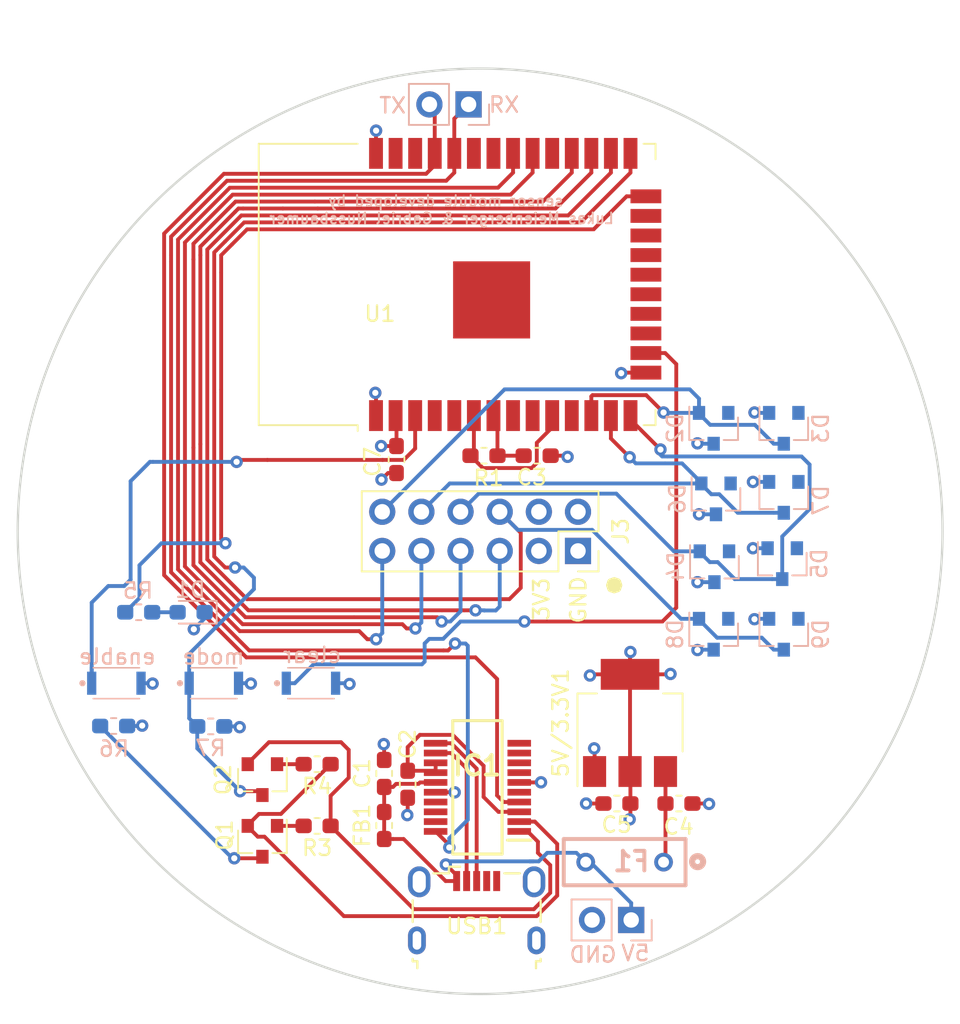
<source format=kicad_pcb>
(kicad_pcb (version 20171130) (host pcbnew "(5.1.4)-1")
  (title_block (title Sensorbaustein) (date 2019-10-19) (rev 1.7))
  (layers (0 F.Cu signal) (1 In1.Cu power hide) (2 In2.Cu power hide) (31 B.Cu signal) (34 B.Paste user) (35 F.Paste user) (36 B.SilkS user) (37 F.SilkS user) (38 B.Mask user) (39 F.Mask user) (44 Edge.Cuts user))
  (net 0 "")
  (net 1 +3V3)
  (net 2 VBUS)
  (net 3 D-)
  (net 4 D+)
  (net 5 GPIO_15)
  (net 6 GPIO_2)
  (net 7 CHIP_PU)
  (net 8 RTS)
  (net 9 "Net-(Q1-Pad1)")
  (net 10 "Net-(Q2-Pad1)")
  (net 11 DTR)
  (net 12 GPIO_0)
  (net 13 SysReset)
  (net 14 "Net-(USB1-Pad4)")
  (net 15 LED1)
  (net 16 LED2)
  (net 17 touch1)
  (net 18 touch2)
  (net 19 touch3)
  (net 20 touch4)
  (net 21 LED4)
  (net 22 LED3)
  (net 23 /5V_2)
  (net 24 ntc)
  (net 25 "Net-(D1-Pad2)")
  (net 26 "Net-(U1-Pad37)")
  (net 27 "Net-(U1-Pad36)")
  (net 28 "Net-(U1-Pad33)")
  (net 29 "Net-(U1-Pad32)")
  (net 30 "Net-(U1-Pad29)")
  (net 31 "Net-(U1-Pad22)")
  (net 32 "Net-(U1-Pad21)")
  (net 33 "Net-(U1-Pad20)")
  (net 34 "Net-(U1-Pad19)")
  (net 35 "Net-(U1-Pad18)")
  (net 36 "Net-(U1-Pad17)")
  (net 37 "Net-(U1-Pad11)")
  (net 38 "Net-(U1-Pad5)")
  (net 39 "Net-(U1-Pad4)")
  (net 40 GND)
  (net 41 FTDI_3.3)
  (net 42 "Net-(IC1-Pad19)")
  (net 43 "Net-(IC1-Pad18)")
  (net 44 "Net-(IC1-Pad17)")
  (net 45 "Net-(IC1-Pad10)")
  (net 46 "Net-(IC1-Pad9)")
  (net 47 "Net-(IC1-Pad8)")
  (net 48 "Net-(IC1-Pad7)")
  (net 49 "Net-(IC1-Pad5)")
  (net 50 ntcf)
  (net 51 ntck)
  (net 52 "Net-(U1-Pad9)")
  (net 53 "Net-(U1-Pad8)")
  (net 54 RX)
  (net 55 TX)
  (module FT231XS-U:SOP64P599X175-20N (layer F.Cu) (at 139.825 121.6 180)
    (fp_text reference IC1 (at 0.025 1.4) (layer F.SilkS) (effects (font (size 1.27 1.27) (thickness 0.254))))
    (fp_text value FT231XS-U hide)
    (pad 20 smd rect (at 2.712 -2.858 270) (size 0.435 1.526) (layers F.Cu F.Paste F.Mask) (net 54 RX))
    (pad 19 smd rect (at 2.712 -2.222 270) (size 0.435 1.526) (layers F.Cu F.Paste F.Mask) (net 42 "Net-(IC1-Pad19)"))
    (pad 18 smd rect (at 2.712 -1.588 270) (size 0.435 1.526) (layers F.Cu F.Paste F.Mask) (net 43 "Net-(IC1-Pad18)"))
    (pad 17 smd rect (at 2.712 -0.952 270) (size 0.435 1.526) (layers F.Cu F.Paste F.Mask) (net 44 "Net-(IC1-Pad17)"))
    (pad 16 smd rect (at 2.712 -0.318 270) (size 0.435 1.526) (layers F.Cu F.Paste F.Mask) (net 40 GND))
    (pad 15 smd rect (at 2.712 0.318 270) (size 0.435 1.526) (layers F.Cu F.Paste F.Mask) (net 2 VBUS))
    (pad 14 smd rect (at 2.712 0.952 270) (size 0.435 1.526) (layers F.Cu F.Paste F.Mask) (net 41 FTDI_3.3))
    (pad 13 smd rect (at 2.712 1.588 270) (size 0.435 1.526) (layers F.Cu F.Paste F.Mask) (net 41 FTDI_3.3))
    (pad 12 smd rect (at 2.712 2.222 270) (size 0.435 1.526) (layers F.Cu F.Paste F.Mask) (net 3 D-))
    (pad 11 smd rect (at 2.712 2.858 270) (size 0.435 1.526) (layers F.Cu F.Paste F.Mask) (net 4 D+))
    (pad 10 smd rect (at -2.712 2.858 270) (size 0.435 1.526) (layers F.Cu F.Paste F.Mask) (net 45 "Net-(IC1-Pad10)"))
    (pad 9 smd rect (at -2.712 2.222 270) (size 0.435 1.526) (layers F.Cu F.Paste F.Mask) (net 46 "Net-(IC1-Pad9)"))
    (pad 8 smd rect (at -2.712 1.588 270) (size 0.435 1.526) (layers F.Cu F.Paste F.Mask) (net 47 "Net-(IC1-Pad8)"))
    (pad 7 smd rect (at -2.712 0.952 270) (size 0.435 1.526) (layers F.Cu F.Paste F.Mask) (net 48 "Net-(IC1-Pad7)"))
    (pad 6 smd rect (at -2.712 0.318 270) (size 0.435 1.526) (layers F.Cu F.Paste F.Mask) (net 40 GND))
    (pad 5 smd rect (at -2.712 -0.318 270) (size 0.435 1.526) (layers F.Cu F.Paste F.Mask) (net 49 "Net-(IC1-Pad5)"))
    (pad 4 smd rect (at -2.712 -0.952 270) (size 0.435 1.526) (layers F.Cu F.Paste F.Mask) (net 55 TX))
    (pad 3 smd rect (at -2.712 -1.588 270) (size 0.435 1.526) (layers F.Cu F.Paste F.Mask) (net 41 FTDI_3.3))
    (pad 2 smd rect (at -2.712 -2.222 270) (size 0.435 1.526) (layers F.Cu F.Paste F.Mask) (net 8 RTS))
    (pad 1 smd rect (at -2.712 -2.858 270) (size 0.435 1.526) (layers F.Cu F.Paste F.Mask) (net 11 DTR))
  )
  (module LED_SMD:LED_0603_1608Metric_Pad1.05x0.95mm_HandSolder (layer B.Cu) (at 121.25 110.25 180)
    (fp_text reference D1 (at 0.05 1.45) (layer B.SilkS) (effects (justify mirror)))
    (fp_text value 150060BS55040)
    (pad 1 smd roundrect (at -0.875 0 180) (size 1.05 0.95) (layers B.Cu B.Paste B.Mask) (net 40 GND))
    (pad 2 smd roundrect (at 0.875 0 180) (size 1.05 0.95) (layers B.Cu B.Paste B.Mask) (net 25 "Net-(D1-Pad2)"))
  )
  (module Resistor_SMD:R_0603_1608Metric_Pad1.05x0.95mm_HandSolder (layer B.Cu) (at 117.85 110.25 180)
    (fp_text reference R5 (at 0.05 1.4) (layer B.SilkS) (effects (justify mirror)))
    (fp_text value 220)
    (pad 1 smd roundrect (at -0.875 0 180) (size 1.05 0.95) (layers B.Cu B.Paste B.Mask) (net 25 "Net-(D1-Pad2)"))
    (pad 2 smd roundrect (at 0.875 0 180) (size 1.05 0.95) (layers B.Cu B.Paste B.Mask) (net 6 GPIO_2))
  )
  (module Connector_USB:USB_Micro-B_Wuerth_629105150521 (layer F.Cu) (at 139.775 129.575)
    (fp_text reference USB1 (at 0 1.025 180) (layer F.SilkS))
    (fp_text value USB_B_Micro)
    (pad 1 smd rect (at -1.3 -1.9) (size 0.45 1.3) (layers F.Cu F.Paste F.Mask) (net 2 VBUS))
    (pad 2 smd rect (at -0.65 -1.9) (size 0.45 1.3) (layers F.Cu F.Paste F.Mask) (net 3 D-))
    (pad 3 smd rect (at 0 -1.9) (size 0.45 1.3) (layers F.Cu F.Paste F.Mask) (net 4 D+))
    (pad 4 smd rect (at 0.65 -1.9) (size 0.45 1.3) (layers F.Cu F.Paste F.Mask) (net 14 "Net-(USB1-Pad4)"))
    (pad 5 smd rect (at 1.3 -1.9) (size 0.45 1.3) (layers F.Cu F.Paste F.Mask) (net 40 GND))
    (pad 6 thru_hole oval (at -3.725 -1.85) (size 1.45 2) (drill oval 0.85 1.4) (layers *.Cu *.Mask) (net 40 GND))
    (pad 6 thru_hole oval (at 3.725 -1.85) (size 1.45 2) (drill oval 0.85 1.4) (layers *.Cu *.Mask) (net 40 GND))
    (pad 6 thru_hole oval (at -3.875 1.95) (size 1.15 1.8) (drill oval 0.55 1.2) (layers *.Cu *.Mask) (net 40 GND))
    (pad 6 thru_hole oval (at 3.875 1.95) (size 1.15 1.8) (drill oval 0.55 1.2) (layers *.Cu *.Mask) (net 40 GND))
    (pad "" np_thru_hole oval (at -2.5 -0.8) (size 0.8 0.8) (drill 0.8) (layers *.Cu *.Mask))
    (pad "" np_thru_hole oval (at 2.5 -0.8) (size 0.8 0.8) (drill 0.8) (layers *.Cu *.Mask))
  )
  (module Resistor_SMD:R_0603_1608Metric_Pad1.05x0.95mm_HandSolder (layer F.Cu) (at 140.25 100.1)
    (fp_text reference R1 (at 0.3 1.45) (layer F.SilkS))
    (fp_text value 100k)
    (pad 1 smd roundrect (at -0.875 0) (size 1.05 0.95) (layers F.Cu F.Paste F.Mask) (net 51 ntck))
    (pad 2 smd roundrect (at 0.875 0) (size 1.05 0.95) (layers F.Cu F.Paste F.Mask) (net 24 ntc))
  )
  (module RF_Module:ESP32-WROOM-32 (layer F.Cu) (at 141.5 89 90)
    (fp_text reference U1 (at -1.9 -8) (layer F.SilkS))
    (fp_text value ESP32-WROOM-32)
    (pad 38 smd rect (at 8.5 -8.255 90) (size 2 0.9) (layers F.Cu F.Paste F.Mask) (net 40 GND))
    (pad 37 smd rect (at 8.5 -6.985 90) (size 2 0.9) (layers F.Cu F.Paste F.Mask) (net 26 "Net-(U1-Pad37)"))
    (pad 36 smd rect (at 8.5 -5.715 90) (size 2 0.9) (layers F.Cu F.Paste F.Mask) (net 27 "Net-(U1-Pad36)"))
    (pad 35 smd rect (at 8.5 -4.445 90) (size 2 0.9) (layers F.Cu F.Paste F.Mask) (net 55 TX))
    (pad 34 smd rect (at 8.5 -3.175 90) (size 2 0.9) (layers F.Cu F.Paste F.Mask) (net 54 RX))
    (pad 33 smd rect (at 8.5 -1.905 90) (size 2 0.9) (layers F.Cu F.Paste F.Mask) (net 28 "Net-(U1-Pad33)"))
    (pad 32 smd rect (at 8.5 -0.635 90) (size 2 0.9) (layers F.Cu F.Paste F.Mask) (net 29 "Net-(U1-Pad32)"))
    (pad 31 smd rect (at 8.5 0.635 90) (size 2 0.9) (layers F.Cu F.Paste F.Mask) (net 21 LED4))
    (pad 30 smd rect (at 8.5 1.905 90) (size 2 0.9) (layers F.Cu F.Paste F.Mask) (net 22 LED3))
    (pad 29 smd rect (at 8.5 3.175 90) (size 2 0.9) (layers F.Cu F.Paste F.Mask) (net 30 "Net-(U1-Pad29)"))
    (pad 28 smd rect (at 8.5 4.445 90) (size 2 0.9) (layers F.Cu F.Paste F.Mask) (net 16 LED2))
    (pad 27 smd rect (at 8.5 5.715 90) (size 2 0.9) (layers F.Cu F.Paste F.Mask) (net 15 LED1))
    (pad 26 smd rect (at 8.5 6.985 90) (size 2 0.9) (layers F.Cu F.Paste F.Mask) (net 17 touch1))
    (pad 25 smd rect (at 8.5 8.255 90) (size 2 0.9) (layers F.Cu F.Paste F.Mask) (net 12 GPIO_0))
    (pad 24 smd rect (at 5.715 9.255 180) (size 2 0.9) (layers F.Cu F.Paste F.Mask) (net 6 GPIO_2))
    (pad 23 smd rect (at 4.445 9.255 180) (size 2 0.9) (layers F.Cu F.Paste F.Mask) (net 5 GPIO_15))
    (pad 22 smd rect (at 3.175 9.255 180) (size 2 0.9) (layers F.Cu F.Paste F.Mask) (net 31 "Net-(U1-Pad22)"))
    (pad 21 smd rect (at 1.905 9.255 180) (size 2 0.9) (layers F.Cu F.Paste F.Mask) (net 32 "Net-(U1-Pad21)"))
    (pad 20 smd rect (at 0.635 9.255 180) (size 2 0.9) (layers F.Cu F.Paste F.Mask) (net 33 "Net-(U1-Pad20)"))
    (pad 19 smd rect (at -0.635 9.255 180) (size 2 0.9) (layers F.Cu F.Paste F.Mask) (net 34 "Net-(U1-Pad19)"))
    (pad 18 smd rect (at -1.905 9.255 180) (size 2 0.9) (layers F.Cu F.Paste F.Mask) (net 35 "Net-(U1-Pad18)"))
    (pad 17 smd rect (at -3.175 9.255 180) (size 2 0.9) (layers F.Cu F.Paste F.Mask) (net 36 "Net-(U1-Pad17)"))
    (pad 16 smd rect (at -4.445 9.255 180) (size 2 0.9) (layers F.Cu F.Paste F.Mask) (net 13 SysReset))
    (pad 15 smd rect (at -5.715 9.255 180) (size 2 0.9) (layers F.Cu F.Paste F.Mask) (net 40 GND))
    (pad 14 smd rect (at -8.5 8.255 90) (size 2 0.9) (layers F.Cu F.Paste F.Mask) (net 18 touch2))
    (pad 13 smd rect (at -8.5 6.985 90) (size 2 0.9) (layers F.Cu F.Paste F.Mask) (net 19 touch3))
    (pad 12 smd rect (at -8.5 5.715 90) (size 2 0.9) (layers F.Cu F.Paste F.Mask) (net 20 touch4))
    (pad 11 smd rect (at -8.5 4.445 90) (size 2 0.9) (layers F.Cu F.Paste F.Mask) (net 37 "Net-(U1-Pad11)"))
    (pad 10 smd rect (at -8.5 3.175 90) (size 2 0.9) (layers F.Cu F.Paste F.Mask) (net 51 ntck))
    (pad 9 smd rect (at -8.5 1.905 90) (size 2 0.9) (layers F.Cu F.Paste F.Mask) (net 52 "Net-(U1-Pad9)"))
    (pad 8 smd rect (at -8.5 0.635 90) (size 2 0.9) (layers F.Cu F.Paste F.Mask) (net 53 "Net-(U1-Pad8)"))
    (pad 7 smd rect (at -8.5 -0.635 90) (size 2 0.9) (layers F.Cu F.Paste F.Mask) (net 24 ntc))
    (pad 6 smd rect (at -8.5 -1.905 90) (size 2 0.9) (layers F.Cu F.Paste F.Mask) (net 51 ntck))
    (pad 5 smd rect (at -8.5 -3.175 90) (size 2 0.9) (layers F.Cu F.Paste F.Mask) (net 38 "Net-(U1-Pad5)"))
    (pad 4 smd rect (at -8.5 -4.445 90) (size 2 0.9) (layers F.Cu F.Paste F.Mask) (net 39 "Net-(U1-Pad4)"))
    (pad 3 smd rect (at -8.5 -5.715 90) (size 2 0.9) (layers F.Cu F.Paste F.Mask) (net 7 CHIP_PU))
    (pad 2 smd rect (at -8.5 -6.985 90) (size 2 0.9) (layers F.Cu F.Paste F.Mask) (net 1 +3V3))
    (pad 1 smd rect (at -8.5 -8.255 90) (size 2 0.9) (layers F.Cu F.Paste F.Mask) (net 40 GND))
    (pad 39 smd rect (at -1 -0.755 90) (size 5 5) (layers F.Cu F.Paste F.Mask))
  )
  (module Package_TO_SOT_SMD:SOT-23 (layer F.Cu) (at 125.875 125.1 270)
    (fp_text reference Q1 (at -0.4 2.45 90) (layer F.SilkS))
    (fp_text value MMBT2222ALT1G)
    (pad 1 smd rect (at -1 -0.95 270) (size 0.9 0.8) (layers F.Cu F.Paste F.Mask) (net 9 "Net-(Q1-Pad1)"))
    (pad 2 smd rect (at -1 0.95 270) (size 0.9 0.8) (layers F.Cu F.Paste F.Mask) (net 8 RTS))
    (pad 3 smd rect (at 1 0 270) (size 0.9 0.8) (layers F.Cu F.Paste F.Mask) (net 7 CHIP_PU))
  )
  (module Package_TO_SOT_SMD:SOT-23 (layer F.Cu) (at 125.875 121.1 270)
    (fp_text reference Q2 (at 0 2.55 90) (layer F.SilkS))
    (fp_text value MMBT2222ALT1G)
    (pad 1 smd rect (at -1 -0.95 270) (size 0.9 0.8) (layers F.Cu F.Paste F.Mask) (net 10 "Net-(Q2-Pad1)"))
    (pad 2 smd rect (at -1 0.95 270) (size 0.9 0.8) (layers F.Cu F.Paste F.Mask) (net 11 DTR))
    (pad 3 smd rect (at 1 0 270) (size 0.9 0.8) (layers F.Cu F.Paste F.Mask) (net 12 GPIO_0))
  )
  (module Resistor_SMD:R_0603_1608Metric_Pad1.05x0.95mm_HandSolder (layer F.Cu) (at 129.425 124.1 180)
    (fp_text reference R3 (at 0 -1.43) (layer F.SilkS))
    (fp_text value 10k)
    (pad 1 smd roundrect (at -0.875 0 180) (size 1.05 0.95) (layers F.Cu F.Paste F.Mask) (net 11 DTR))
    (pad 2 smd roundrect (at 0.875 0 180) (size 1.05 0.95) (layers F.Cu F.Paste F.Mask) (net 9 "Net-(Q1-Pad1)"))
  )
  (module Resistor_SMD:R_0603_1608Metric_Pad1.05x0.95mm_HandSolder (layer F.Cu) (at 129.425 120.1 180)
    (fp_text reference R4 (at 0 -1.43) (layer F.SilkS))
    (fp_text value 10k)
    (pad 2 smd roundrect (at 0.875 0 180) (size 1.05 0.95) (layers F.Cu F.Paste F.Mask) (net 10 "Net-(Q2-Pad1)"))
    (pad 1 smd roundrect (at -0.875 0 180) (size 1.05 0.95) (layers F.Cu F.Paste F.Mask) (net 8 RTS))
  )
  (module Resistor_SMD:R_0603_1608Metric_Pad1.05x0.95mm_HandSolder (layer B.Cu) (at 116.225 117.625 180)
    (fp_text reference R6 (at -0.018019 -1.476372) (layer B.SilkS) (effects (justify mirror)))
    (fp_text value 10k)
    (pad 2 smd roundrect (at 0.875 0 180) (size 1.05 0.95) (layers B.Cu B.Paste B.Mask) (net 7 CHIP_PU))
    (pad 1 smd roundrect (at -0.875 0 180) (size 1.05 0.95) (layers B.Cu B.Paste B.Mask) (net 1 +3V3))
  )
  (module Resistor_SMD:R_0603_1608Metric_Pad1.05x0.95mm_HandSolder (layer B.Cu) (at 122.525 117.65 180)
    (fp_text reference R7 (at 0.023026 -1.407142) (layer B.SilkS) (effects (justify mirror)))
    (fp_text value 10k)
    (pad 2 smd roundrect (at 0.875 0 180) (size 1.05 0.95) (layers B.Cu B.Paste B.Mask) (net 12 GPIO_0))
    (pad 1 smd roundrect (at -0.875 0 180) (size 1.05 0.95) (layers B.Cu B.Paste B.Mask) (net 1 +3V3))
  )
  (module Capacitor_SMD:C_0603_1608Metric_Pad1.05x0.95mm_HandSolder (layer F.Cu) (at 134.575 100.35 270)
    (fp_text reference C7 (at 0.141421 1.555635 90) (layer F.SilkS))
    (fp_text value 10uF)
    (pad 2 smd roundrect (at 0.875 0 270) (size 1.05 0.95) (layers F.Cu F.Paste F.Mask) (net 40 GND))
    (pad 1 smd roundrect (at -0.875 0 270) (size 1.05 0.95) (layers F.Cu F.Paste F.Mask) (net 1 +3V3))
  )
  (module Capacitor_SMD:C_0603_1608Metric_Pad1.05x0.95mm_HandSolder (layer F.Cu) (at 135.3 121.4 270)
    (fp_text reference C2 (at -2.6 0 90) (layer F.SilkS))
    (fp_text value 100nF)
    (pad 1 smd roundrect (at -0.875 0 270) (size 1.05 0.95) (layers F.Cu F.Paste F.Mask) (net 41 FTDI_3.3))
    (pad 2 smd roundrect (at 0.875 0 270) (size 1.05 0.95) (layers F.Cu F.Paste F.Mask) (net 40 GND))
  )
  (module Connector_PinHeader_2.54mm:PinHeader_1x02_P2.54mm_Vertical (layer B.Cu) (at 149.8 130.2 90)
    (fp_text reference J1 hide)
    (fp_text value Conn_01x02_Male)
    (pad 1 thru_hole rect (at 0 0 90) (size 1.7 1.7) (drill 1) (layers *.Cu *.Mask) (net 2 VBUS))
    (pad 2 thru_hole oval (at 0 -2.54 90) (size 1.7 1.7) (drill 1) (layers *.Cu *.Mask) (net 40 GND))
  )
  (module Capacitor_SMD:C_0603_1608Metric_Pad1.05x0.95mm_HandSolder (layer F.Cu) (at 152.9 122.65)
    (fp_text reference C4 (at -0.025 1.5) (layer F.SilkS))
    (fp_text value 10uF)
    (pad 2 smd roundrect (at 0.875 0) (size 1.05 0.95) (layers F.Cu F.Paste F.Mask) (net 40 GND))
    (pad 1 smd roundrect (at -0.875 0) (size 1.05 0.95) (layers F.Cu F.Paste F.Mask) (net 23 /5V_2))
  )
  (module Capacitor_SMD:C_0603_1608Metric_Pad1.05x0.95mm_HandSolder (layer F.Cu) (at 148.875 122.65 180)
    (fp_text reference C5 (at 0.025 -1.375) (layer F.SilkS))
    (fp_text value 10uF)
    (pad 1 smd roundrect (at -0.875 0 180) (size 1.05 0.95) (layers F.Cu F.Paste F.Mask) (net 1 +3V3))
    (pad 2 smd roundrect (at 0.875 0 180) (size 1.05 0.95) (layers F.Cu F.Paste F.Mask) (net 40 GND))
  )
  (module Package_TO_SOT_SMD:SOT-223-3_TabPin2 (layer F.Cu) (at 149.725 117.425 90)
    (fp_text reference 5V/3.3V1 (at 0 -4.5 90) (layer F.SilkS))
    (fp_text value AZ1117EH-3.3TRG1)
    (pad 2 smd rect (at 3.15 0 90) (size 2 3.8) (layers F.Cu F.Paste F.Mask) (net 1 +3V3))
    (pad 2 smd rect (at -3.15 0 90) (size 2 1.5) (layers F.Cu F.Paste F.Mask) (net 1 +3V3))
    (pad 3 smd rect (at -3.15 2.3 90) (size 2 1.5) (layers F.Cu F.Paste F.Mask) (net 23 /5V_2))
    (pad 1 smd rect (at -3.15 -2.3 90) (size 2 1.5) (layers F.Cu F.Paste F.Mask) (net 40 GND))
  )
  (module Capacitor_SMD:C_0603_1608Metric_Pad1.05x0.95mm_HandSolder (layer F.Cu) (at 143.7 100.1)
    (fp_text reference C3 (at -0.35 1.4) (layer F.SilkS))
    (fp_text value 1uF)
    (pad 1 smd roundrect (at -0.875 0) (size 1.05 0.95) (layers F.Cu F.Paste F.Mask) (net 24 ntc))
    (pad 2 smd roundrect (at 0.875 0) (size 1.05 0.95) (layers F.Cu F.Paste F.Mask) (net 40 GND))
  )
  (module RXEF050:RXEF050 (layer B.Cu) (at 149.375 126.45 180)
    (fp_text reference F1 (at -0.43163 0.03882) (layer B.SilkS) (effects (font (size 1.27 1.27) (thickness 0.254)) (justify mirror)))
    (fp_text value RXEF065 hide)
    (pad 2 thru_hole circle (at 2.525 0 180) (size 1.21 1.21) (drill 0.71) (layers *.Cu *.Mask) (net 2 VBUS))
    (pad 1 thru_hole circle (at -2.525 0 180) (size 1.21 1.21) (drill 0.71) (layers *.Cu *.Mask) (net 23 /5V_2))
  )
  (module Connector_PinSocket_2.54mm:PinSocket_2x06_P2.54mm_Vertical (layer F.Cu) (at 146.35 106.275 270)
    (fp_text reference J3 (at -1.27 -2.77 90) (layer F.SilkS))
    (fp_text value Conn_02x06_Odd_Even)
    (pad 12 thru_hole oval (at -2.54 12.7 270) (size 1.7 1.7) (drill 1) (layers *.Cu *.Mask) (net 20 touch4))
    (pad 11 thru_hole oval (at 0 12.7 270) (size 1.7 1.7) (drill 1) (layers *.Cu *.Mask) (net 21 LED4))
    (pad 10 thru_hole oval (at -2.54 10.16 270) (size 1.7 1.7) (drill 1) (layers *.Cu *.Mask) (net 19 touch3))
    (pad 9 thru_hole oval (at 0 10.16 270) (size 1.7 1.7) (drill 1) (layers *.Cu *.Mask) (net 22 LED3))
    (pad 8 thru_hole oval (at -2.54 7.62 270) (size 1.7 1.7) (drill 1) (layers *.Cu *.Mask) (net 18 touch2))
    (pad 7 thru_hole oval (at 0 7.62 270) (size 1.7 1.7) (drill 1) (layers *.Cu *.Mask) (net 16 LED2))
    (pad 6 thru_hole oval (at -2.54 5.08 270) (size 1.7 1.7) (drill 1) (layers *.Cu *.Mask) (net 17 touch1))
    (pad 5 thru_hole oval (at 0 5.08 270) (size 1.7 1.7) (drill 1) (layers *.Cu *.Mask) (net 15 LED1))
    (pad 4 thru_hole oval (at -2.54 2.54 270) (size 1.7 1.7) (drill 1) (layers *.Cu *.Mask) (net 50 ntcf))
    (pad 3 thru_hole oval (at 0 2.54 270) (size 1.7 1.7) (drill 1) (layers *.Cu *.Mask) (net 1 +3V3))
    (pad 2 thru_hole oval (at -2.54 0 270) (size 1.7 1.7) (drill 1) (layers *.Cu *.Mask) (net 40 GND))
    (pad 1 thru_hole rect (at 0 0 270) (size 1.7 1.7) (drill 1) (layers *.Cu *.Mask) (net 40 GND))
  )
  (module TL3780AF100QG:TL3750AF240QG (layer B.Cu) (at 129.025 114.85)
    (fp_text reference SW1 hide)
    (fp_text value TL3780AF100QG hide)
    (pad 1 smd rect (at -1.6 0) (size 0.6 1.5) (layers B.Cu B.Paste B.Mask) (net 13 SysReset))
    (pad 2 smd rect (at 1.6 0) (size 0.6 1.5) (layers B.Cu B.Paste B.Mask) (net 40 GND))
  )
  (module TL3780AF100QG:TL3750AF240QG (layer B.Cu) (at 116.4 114.85)
    (fp_text reference SW2 hide)
    (fp_text value TL3780AF100QG hide)
    (pad 2 smd rect (at 1.6 0) (size 0.6 1.5) (layers B.Cu B.Paste B.Mask) (net 40 GND))
    (pad 1 smd rect (at -1.6 0) (size 0.6 1.5) (layers B.Cu B.Paste B.Mask) (net 7 CHIP_PU))
  )
  (module TL3780AF100QG:TL3750AF240QG (layer B.Cu) (at 122.725 114.85)
    (fp_text reference SW3 hide)
    (fp_text value TL3780AF100QG hide)
    (pad 2 smd rect (at 1.6 0) (size 0.6 1.5) (layers B.Cu B.Paste B.Mask) (net 40 GND))
    (pad 1 smd rect (at -1.6 0) (size 0.6 1.5) (layers B.Cu B.Paste B.Mask) (net 12 GPIO_0))
  )
  (module MountingHole:MountingHole_3.2mm_M3_ISO14580 (layer F.Cu) (at 114 105)
    (fp_text reference H1 hide)
    (fp_text value MountingHole)
    (pad 1 np_thru_hole circle (at 0 0) (size 3.2 3.2) (drill 3.2) (layers *.Cu *.Mask))
  )
  (module MountingHole:MountingHole_3.2mm_M3_ISO14580 (layer F.Cu) (at 166 105)
    (fp_text reference H2 hide)
    (fp_text value MountingHole)
    (pad 1 np_thru_hole circle (at 0 0) (size 3.2 3.2) (drill 3.2) (layers *.Cu *.Mask))
  )
  (module Capacitor_SMD:C_0603_1608Metric_Pad1.05x0.95mm_HandSolder (layer F.Cu) (at 133.775 120.7 90)
    (fp_text reference C1 (at 0 -1.43 90) (layer F.SilkS))
    (fp_text value 10uF)
    (pad 1 smd roundrect (at -0.875 0 90) (size 1.05 0.95) (layers F.Cu F.Paste F.Mask) (net 2 VBUS))
    (pad 2 smd roundrect (at 0.875 0 90) (size 1.05 0.95) (layers F.Cu F.Paste F.Mask) (net 40 GND))
  )
  (module Resistor_SMD:R_0603_1608Metric_Pad1.05x0.95mm_HandSolder (layer F.Cu) (at 133.775 124.075 90)
    (fp_text reference FB1 (at 0 -1.43 90) (layer F.SilkS))
    (fp_text value Ferrite_Bead)
    (pad 1 smd roundrect (at -0.875 0 90) (size 1.05 0.95) (layers F.Cu F.Paste F.Mask) (net 2 VBUS))
    (pad 2 smd roundrect (at 0.875 0 90) (size 1.05 0.95) (layers F.Cu F.Paste F.Mask) (net 2 VBUS))
  )
  (module Connector_PinHeader_2.54mm:PinHeader_1x02_P2.54mm_Vertical (layer B.Cu) (at 139.25 77.325 90)
    (fp_text reference J2 hide)
    (fp_text value Conn_01x02_Male)
    (pad 1 thru_hole rect (at 0 0 90) (size 1.7 1.7) (drill 1) (layers *.Cu *.Mask) (net 54 RX))
    (pad 2 thru_hole oval (at 0 -2.54 90) (size 1.7 1.7) (drill 1) (layers *.Cu *.Mask) (net 55 TX))
  )
  (module Diode_SMD:D_SOT-23_ANK (layer B.Cu) (at 155.150001 98.325001 270)
    (fp_text reference D2 (at 0 2.5 270) (layer B.SilkS) (effects (justify mirror)))
    (fp_text value D_Schottky)
    (pad 2 smd rect (at -1 0.95 270) (size 0.9 0.8) (layers B.Cu B.Paste B.Mask) (net 20 touch4))
    (pad "" smd rect (at -1 -0.95 270) (size 0.9 0.8) (layers B.Cu B.Paste B.Mask))
    (pad 1 smd rect (at 1 0 270) (size 0.9 0.8) (layers B.Cu B.Paste B.Mask) (net 1 +3V3))
  )
  (module Diode_SMD:D_SOT-23_ANK (layer B.Cu) (at 159.700001 98.325001 270)
    (fp_text reference D3 (at 0 -2.399999 270) (layer B.SilkS) (effects (justify mirror)))
    (fp_text value D_Schottky)
    (pad 1 smd rect (at 1 0 270) (size 0.9 0.8) (layers B.Cu B.Paste B.Mask) (net 20 touch4))
    (pad "" smd rect (at -1 -0.95 270) (size 0.9 0.8) (layers B.Cu B.Paste B.Mask))
    (pad 2 smd rect (at -1 0.95 270) (size 0.9 0.8) (layers B.Cu B.Paste B.Mask) (net 40 GND))
  )
  (module Diode_SMD:D_SOT-23_ANK (layer B.Cu) (at 155.2 107.3 270)
    (fp_text reference D4 (at 0 2.5 270) (layer B.SilkS) (effects (justify mirror)))
    (fp_text value D_Schottky)
    (pad 2 smd rect (at -1 0.95 270) (size 0.9 0.8) (layers B.Cu B.Paste B.Mask) (net 18 touch2))
    (pad "" smd rect (at -1 -0.95 270) (size 0.9 0.8) (layers B.Cu B.Paste B.Mask))
    (pad 1 smd rect (at 1 0 270) (size 0.9 0.8) (layers B.Cu B.Paste B.Mask) (net 1 +3V3))
  )
  (module Diode_SMD:D_SOT-23_ANK (layer B.Cu) (at 159.6 107.1 270)
    (fp_text reference D5 (at 0 -2.4 270) (layer B.SilkS) (effects (justify mirror)))
    (fp_text value D_Schottky)
    (pad 1 smd rect (at 1 0 270) (size 0.9 0.8) (layers B.Cu B.Paste B.Mask) (net 18 touch2))
    (pad "" smd rect (at -1 -0.95 270) (size 0.9 0.8) (layers B.Cu B.Paste B.Mask))
    (pad 2 smd rect (at -1 0.95 270) (size 0.9 0.8) (layers B.Cu B.Paste B.Mask) (net 40 GND))
  )
  (module Diode_SMD:D_SOT-23_ANK (layer B.Cu) (at 155.3 102.9 270)
    (fp_text reference D6 (at 0 2.5 270) (layer B.SilkS) (effects (justify mirror)))
    (fp_text value D_Schottky)
    (pad 2 smd rect (at -1 0.95 270) (size 0.9 0.8) (layers B.Cu B.Paste B.Mask) (net 19 touch3))
    (pad "" smd rect (at -1 -0.95 270) (size 0.9 0.8) (layers B.Cu B.Paste B.Mask))
    (pad 1 smd rect (at 1 0 270) (size 0.9 0.8) (layers B.Cu B.Paste B.Mask) (net 1 +3V3))
  )
  (module Diode_SMD:D_SOT-23_ANK (layer B.Cu) (at 159.700001 102.8 270)
    (fp_text reference D7 (at 0.2 -2.399999 270) (layer B.SilkS) (effects (justify mirror)))
    (fp_text value D_Schottky)
    (pad 1 smd rect (at 1 0 270) (size 0.9 0.8) (layers B.Cu B.Paste B.Mask) (net 19 touch3))
    (pad "" smd rect (at -1 -0.95 270) (size 0.9 0.8) (layers B.Cu B.Paste B.Mask))
    (pad 2 smd rect (at -1 0.95 270) (size 0.9 0.8) (layers B.Cu B.Paste B.Mask) (net 40 GND))
  )
  (module Diode_SMD:D_SOT-23_ANK (layer B.Cu) (at 155.150001 111.675001 270)
    (fp_text reference D8 (at 0 2.5 270) (layer B.SilkS) (effects (justify mirror)))
    (fp_text value D_Schottky)
    (pad 2 smd rect (at -1 0.95 270) (size 0.9 0.8) (layers B.Cu B.Paste B.Mask) (net 17 touch1))
    (pad "" smd rect (at -1 -0.95 270) (size 0.9 0.8) (layers B.Cu B.Paste B.Mask))
    (pad 1 smd rect (at 1 0 270) (size 0.9 0.8) (layers B.Cu B.Paste B.Mask) (net 1 +3V3))
  )
  (module Diode_SMD:D_SOT-23_ANK (layer B.Cu) (at 159.700001 111.675001 270)
    (fp_text reference D9 (at 0 -2.399999 270) (layer B.SilkS) (effects (justify mirror)))
    (fp_text value D_Schottky)
    (pad 1 smd rect (at 1 0 270) (size 0.9 0.8) (layers B.Cu B.Paste B.Mask) (net 17 touch1))
    (pad "" smd rect (at -1 -0.95 270) (size 0.9 0.8) (layers B.Cu B.Paste B.Mask))
    (pad 2 smd rect (at -1 0.95 270) (size 0.9 0.8) (layers B.Cu B.Paste B.Mask) (net 40 GND))
  )
  (gr_text TX (at 134.325 77.4) (layer B.SilkS) (effects (font (size 1 1))))
  (gr_text RX (at 141.55 77.35) (layer B.SilkS) (effects (font (size 1 1))))
  (gr_text clear (at 129.1 113.025) (layer B.SilkS) (effects (font (size 1 1)) (justify mirror)))
  (gr_text "sensor module developed by \nLukas Meienberger & Gabriel Nussbaumer" (at 137.5 84.15) (layer B.SilkS) (effects (font (size 0.7 0.7) (thickness 0.125)) (justify mirror)))
  (gr_text mode (at 122.7 113.125) (layer B.SilkS) (effects (font (size 1 1)) (justify mirror)))
  (gr_text enable (at 116.45 113.125) (layer B.SilkS) (effects (font (size 1 1)) (justify mirror)))
  (gr_text ° (at 149.275 109.075 45) (layer F.SilkS) (effects (font (size 2 2) (thickness 0.5))))
  (gr_text 3V3 (at 143.975 109.4 90) (layer F.SilkS) (effects (font (size 1 1))))
  (gr_text GND (at 146.375 109.45 90) (layer F.SilkS) (effects (font (size 1 1))))
  (gr_text GND (at 147.325 132.45) (layer B.SilkS) (effects (font (size 1 1)) (justify mirror)))
  (gr_text 5V (at 150.075 132.35) (layer B.SilkS) (effects (font (size 1 1)) (justify mirror)))
  (gr_circle (center 140 105) (end 170 105) (layer Edge.Cuts) (width 0.15))
  (segment (start 134.575 97.56) (end 134.515 97.5) (width 0.25) (layer F.Cu) (net 1))
  (segment (start 134.575 99.475) (end 134.575 97.56) (width 0.25) (layer F.Cu) (net 1))
  (segment (start 149.75 120.6) (end 149.725 120.575) (width 0.25) (layer F.Cu) (net 1))
  (segment (start 149.75 122.65) (end 149.75 120.6) (width 0.25) (layer F.Cu) (net 1))
  (via (at 118.075 117.6) (size 0.8) (drill 0.4) (layers F.Cu B.Cu) (net 1))
  (segment (start 117.1 117.625) (end 118.05 117.625) (width 0.25) (layer B.Cu) (net 1))
  (segment (start 118.05 117.625) (end 118.075 117.6) (width 0.25) (layer B.Cu) (net 1))
  (via (at 124.4 117.7) (size 0.8) (drill 0.4) (layers F.Cu B.Cu) (net 1))
  (segment (start 123.4 117.65) (end 124.35 117.65) (width 0.25) (layer B.Cu) (net 1))
  (segment (start 124.35 117.65) (end 124.4 117.7) (width 0.25) (layer B.Cu) (net 1))
  (segment (start 134.575 99.475) (end 134.325 99.475) (width 0.25) (layer F.Cu) (net 1))
  (via (at 133.575 99.475) (size 0.8) (drill 0.4) (layers F.Cu B.Cu) (net 1))
  (segment (start 134.575 99.475) (end 133.575 99.475) (width 0.25) (layer F.Cu) (net 1))
  (via (at 149.75 112.825) (size 0.8) (drill 0.4) (layers F.Cu B.Cu) (net 1))
  (segment (start 149.725 114.275) (end 149.725 112.85) (width 0.25) (layer F.Cu) (net 1))
  (segment (start 149.725 112.85) (end 149.75 112.825) (width 0.25) (layer F.Cu) (net 1))
  (via (at 152.35 114.25) (size 0.8) (drill 0.4) (layers F.Cu B.Cu) (net 1))
  (segment (start 149.725 114.275) (end 152.325 114.275) (width 0.25) (layer F.Cu) (net 1))
  (segment (start 152.325 114.275) (end 152.35 114.25) (width 0.25) (layer F.Cu) (net 1))
  (via (at 147.125 114.35) (size 0.8) (drill 0.4) (layers F.Cu B.Cu) (net 1))
  (segment (start 149.725 114.275) (end 147.2 114.275) (width 0.25) (layer F.Cu) (net 1))
  (segment (start 147.2 114.275) (end 147.125 114.35) (width 0.25) (layer F.Cu) (net 1))
  (segment (start 149.725 120.575) (end 149.725 114.275) (width 0.25) (layer F.Cu) (net 1))
  (via (at 149.7 123.675) (size 0.8) (drill 0.4) (layers F.Cu B.Cu) (net 1))
  (segment (start 149.75 122.65) (end 149.75 123.625) (width 0.25) (layer F.Cu) (net 1))
  (segment (start 149.75 123.625) (end 149.7 123.675) (width 0.25) (layer F.Cu) (net 1))
  (via (at 154.1 108.3) (size 0.8) (drill 0.4) (layers F.Cu B.Cu) (net 1))
  (segment (start 155.2 108.3) (end 154.1 108.3) (width 0.25) (layer B.Cu) (net 1))
  (via (at 154.2 103.9) (size 0.8) (drill 0.4) (layers F.Cu B.Cu) (net 1))
  (segment (start 155.3 103.9) (end 154.2 103.9) (width 0.25) (layer B.Cu) (net 1))
  (via (at 154.1 99.3) (size 0.8) (drill 0.4) (layers F.Cu B.Cu) (net 1))
  (segment (start 155.150001 99.325001) (end 154.125001 99.325001) (width 0.25) (layer B.Cu) (net 1))
  (segment (start 154.125001 99.325001) (end 154.1 99.3) (width 0.25) (layer B.Cu) (net 1))
  (via (at 154.1 112.7) (size 0.8) (drill 0.4) (layers F.Cu B.Cu) (net 1))
  (segment (start 155.150001 112.675001) (end 154.124999 112.675001) (width 0.25) (layer B.Cu) (net 1))
  (segment (start 154.124999 112.675001) (end 154.1 112.7) (width 0.25) (layer B.Cu) (net 1))
  (segment (start 134.35 124.95) (end 133.775 124.95) (width 0.25) (layer F.Cu) (net 2))
  (segment (start 135.034938 124.95) (end 134.35 124.95) (width 0.25) (layer F.Cu) (net 2))
  (segment (start 137.759938 127.675) (end 135.034938 124.95) (width 0.25) (layer F.Cu) (net 2))
  (segment (start 138.475 127.675) (end 137.759938 127.675) (width 0.25) (layer F.Cu) (net 2))
  (segment (start 133.775 124.95) (end 133.775 123.2) (width 0.25) (layer F.Cu) (net 2))
  (segment (start 133.775 123.2) (end 133.775 121.575) (width 0.25) (layer F.Cu) (net 2))
  (segment (start 136.1 121.282) (end 137.113 121.282) (width 0.25) (layer F.Cu) (net 2))
  (segment (start 136.00699 121.37501) (end 136.1 121.282) (width 0.25) (layer F.Cu) (net 2))
  (segment (start 134.54999 121.37501) (end 136.00699 121.37501) (width 0.25) (layer F.Cu) (net 2))
  (segment (start 134.35 121.575) (end 134.54999 121.37501) (width 0.25) (layer F.Cu) (net 2))
  (segment (start 133.775 121.575) (end 134.35 121.575) (width 0.25) (layer F.Cu) (net 2))
  (via (at 137.775 126.6) (size 0.8) (drill 0.4) (layers F.Cu B.Cu) (net 2))
  (segment (start 138.475 127.675) (end 138.475 127.3) (width 0.25) (layer F.Cu) (net 2))
  (segment (start 138.475 127.3) (end 137.775 126.6) (width 0.25) (layer F.Cu) (net 2))
  (segment (start 137.925 126.45) (end 137.97501 126.39999) (width 0.25) (layer B.Cu) (net 2))
  (segment (start 137.775 126.6) (end 137.925 126.45) (width 0.25) (layer B.Cu) (net 2))
  (segment (start 146.245001 125.845001) (end 144.354999 125.845001) (width 0.25) (layer B.Cu) (net 2))
  (segment (start 146.85 126.45) (end 146.245001 125.845001) (width 0.25) (layer B.Cu) (net 2))
  (segment (start 143.80001 126.39999) (end 143.22499 126.39999) (width 0.25) (layer B.Cu) (net 2))
  (segment (start 144.354999 125.845001) (end 143.80001 126.39999) (width 0.25) (layer B.Cu) (net 2))
  (segment (start 137.97501 126.39999) (end 143.22499 126.39999) (width 0.25) (layer B.Cu) (net 2))
  (segment (start 143.22499 126.39999) (end 143.45001 126.39999) (width 0.25) (layer B.Cu) (net 2))
  (segment (start 147.15 126.45) (end 146.85 126.45) (width 0.25) (layer B.Cu) (net 2))
  (segment (start 149.8 129.1) (end 147.15 126.45) (width 0.25) (layer B.Cu) (net 2))
  (segment (start 149.8 130.2) (end 149.8 129.1) (width 0.25) (layer B.Cu) (net 2))
  (segment (start 139.125 120.377) (end 139.125 127.675) (width 0.25) (layer F.Cu) (net 3))
  (segment (start 137.113 119.378) (end 138.126 119.378) (width 0.25) (layer F.Cu) (net 3))
  (segment (start 138.126 119.378) (end 139.125 120.377) (width 0.25) (layer F.Cu) (net 3))
  (segment (start 139.775 126.775) (end 139.775 127.675) (width 0.25) (layer F.Cu) (net 4))
  (segment (start 139.775 120.39059) (end 139.775 126.775) (width 0.25) (layer F.Cu) (net 4))
  (segment (start 138.12641 118.742) (end 139.775 120.39059) (width 0.25) (layer F.Cu) (net 4))
  (segment (start 137.113 118.742) (end 138.12641 118.742) (width 0.25) (layer F.Cu) (net 4))
  (segment (start 150.755 83.285) (end 149.505 83.285) (width 0.25) (layer F.Cu) (net 6))
  (segment (start 149.505 83.285) (end 147.814929 84.975071) (width 0.25) (layer F.Cu) (net 6))
  (segment (start 147.364919 85.425081) (end 146.082739 85.425081) (width 0.25) (layer F.Cu) (net 6))
  (segment (start 147.814929 84.975071) (end 147.364919 85.425081) (width 0.25) (layer F.Cu) (net 6))
  (segment (start 146.082739 85.425081) (end 144.525 85.425081) (width 0.25) (layer F.Cu) (net 6))
  (segment (start 144.525 85.425081) (end 126.774919 85.425081) (width 0.25) (layer F.Cu) (net 6))
  (segment (start 126.774919 85.425081) (end 124.879789 85.425081) (width 0.25) (layer F.Cu) (net 6))
  (segment (start 124.879789 85.425081) (end 123.896739 86.408131) (width 0.25) (layer F.Cu) (net 6))
  (segment (start 123.896739 86.408131) (end 123.20004 87.10483) (width 0.25) (layer F.Cu) (net 6))
  (segment (start 123.20004 87.10483) (end 123.20004 88.225) (width 0.25) (layer F.Cu) (net 6))
  (segment (start 123.20004 88.225) (end 123.20004 95.8136) (width 0.25) (layer F.Cu) (net 6))
  (segment (start 123.20004 95.8136) (end 123.20004 105.225) (width 0.25) (layer F.Cu) (net 6))
  (segment (start 123.20004 105.225) (end 123.20004 105.50001) (width 0.25) (layer F.Cu) (net 6))
  (segment (start 123.20004 105.50001) (end 123.47503 105.775) (width 0.25) (layer F.Cu) (net 6))
  (via (at 123.47503 105.775) (size 0.8) (drill 0.4) (layers F.Cu B.Cu) (net 6))
  (segment (start 119.325 105.775) (end 123.47503 105.775) (width 0.25) (layer B.Cu) (net 6))
  (segment (start 117.9 107.2) (end 119.325 105.775) (width 0.25) (layer B.Cu) (net 6))
  (segment (start 117.9 109.325) (end 117.9 107.2) (width 0.25) (layer B.Cu) (net 6))
  (segment (start 116.975 110.25) (end 117.9 109.325) (width 0.25) (layer B.Cu) (net 6))
  (via (at 124.05 126.2) (size 0.8) (drill 0.4) (layers F.Cu B.Cu) (net 7))
  (segment (start 115.35 117.625) (end 123.925 126.2) (width 0.25) (layer B.Cu) (net 7))
  (segment (start 123.925 126.2) (end 124.05 126.2) (width 0.25) (layer B.Cu) (net 7))
  (segment (start 125.775 126.2) (end 125.875 126.1) (width 0.25) (layer F.Cu) (net 7))
  (segment (start 124.05 126.2) (end 125.775 126.2) (width 0.25) (layer F.Cu) (net 7))
  (segment (start 135.785 97.5) (end 135.785 99.58551) (width 0.25) (layer F.Cu) (net 7))
  (segment (start 114.8 114.85) (end 114.8 113.825) (width 0.25) (layer B.Cu) (net 7))
  (segment (start 135.0455 100.37499) (end 133.67501 100.37499) (width 0.25) (layer F.Cu) (net 7))
  (segment (start 135.785 99.58551) (end 135.785 99.63549) (width 0.25) (layer F.Cu) (net 7))
  (segment (start 135.785 99.63549) (end 135.0455 100.37499) (width 0.25) (layer F.Cu) (net 7))
  (segment (start 133.67501 100.37499) (end 126.20001 100.37499) (width 0.25) (layer F.Cu) (net 7))
  (segment (start 126.20001 100.37499) (end 124.27501 100.37499) (width 0.25) (layer F.Cu) (net 7))
  (via (at 124.2 100.5) (size 0.8) (drill 0.4) (layers F.Cu B.Cu) (net 7))
  (segment (start 124.27501 100.37499) (end 124.2 100.45) (width 0.25) (layer F.Cu) (net 7))
  (segment (start 124.2 100.45) (end 124.2 100.5) (width 0.25) (layer F.Cu) (net 7))
  (segment (start 118.775 100.5) (end 124.2 100.5) (width 0.25) (layer B.Cu) (net 7))
  (segment (start 118.575 100.5) (end 118.775 100.5) (width 0.25) (layer B.Cu) (net 7))
  (segment (start 114.8 109.625) (end 115.875 108.55) (width 0.25) (layer B.Cu) (net 7))
  (segment (start 115.875 108.55) (end 116.909636 108.55) (width 0.25) (layer B.Cu) (net 7))
  (segment (start 116.909636 108.55) (end 117.32501 108.134626) (width 0.25) (layer B.Cu) (net 7))
  (segment (start 117.32501 108.134626) (end 117.32501 101.74999) (width 0.25) (layer B.Cu) (net 7))
  (segment (start 114.8 114.85) (end 114.8 109.625) (width 0.25) (layer B.Cu) (net 7))
  (segment (start 117.32501 101.74999) (end 118.575 100.5) (width 0.25) (layer B.Cu) (net 7))
  (segment (start 129.800928 120.599072) (end 130.3 120.1) (width 0.25) (layer F.Cu) (net 8))
  (segment (start 127.075001 123.324999) (end 129.800928 120.599072) (width 0.25) (layer F.Cu) (net 8))
  (segment (start 125.650001 123.324999) (end 127.075001 123.324999) (width 0.25) (layer F.Cu) (net 8))
  (segment (start 124.925 124.05) (end 125.650001 123.324999) (width 0.25) (layer F.Cu) (net 8))
  (segment (start 124.925 124.1) (end 124.925 124.05) (width 0.25) (layer F.Cu) (net 8))
  (segment (start 124.925 124.15) (end 124.925 124.1) (width 0.25) (layer F.Cu) (net 8))
  (segment (start 125.575 124.8) (end 124.925 124.15) (width 0.25) (layer F.Cu) (net 8))
  (segment (start 126.010002 124.8) (end 125.575 124.8) (width 0.25) (layer F.Cu) (net 8))
  (segment (start 131.160012 129.95001) (end 126.010002 124.8) (width 0.25) (layer F.Cu) (net 8))
  (segment (start 143.671338 129.95001) (end 131.160012 129.95001) (width 0.25) (layer F.Cu) (net 8))
  (segment (start 145.000019 128.621329) (end 143.671338 129.95001) (width 0.25) (layer F.Cu) (net 8))
  (segment (start 145.00002 125.27202) (end 145.000019 128.621329) (width 0.25) (layer F.Cu) (net 8))
  (segment (start 143.55 123.822) (end 145.00002 125.27202) (width 0.25) (layer F.Cu) (net 8))
  (segment (start 142.537 123.822) (end 143.55 123.822) (width 0.25) (layer F.Cu) (net 8))
  (segment (start 128.55 124.1) (end 126.825 124.1) (width 0.25) (layer F.Cu) (net 9))
  (segment (start 128.55 120.1) (end 126.825 120.1) (width 0.25) (layer F.Cu) (net 10))
  (segment (start 124.925 120.1) (end 124.925 120.15) (width 0.25) (layer F.Cu) (net 11))
  (segment (start 130.35 124.15) (end 130.3 124.1) (width 0.25) (layer F.Cu) (net 11))
  (segment (start 130.799072 124.599072) (end 130.3 124.1) (width 0.25) (layer F.Cu) (net 11))
  (segment (start 135.700001 129.500001) (end 130.799072 124.599072) (width 0.25) (layer F.Cu) (net 11))
  (segment (start 143.484937 129.500001) (end 135.700001 129.500001) (width 0.25) (layer F.Cu) (net 11))
  (segment (start 142.537 124.458) (end 143.0825 124.458) (width 0.25) (layer F.Cu) (net 11))
  (segment (start 143.0825 124.458) (end 143.75 125.1255) (width 0.25) (layer F.Cu) (net 11))
  (segment (start 143.75 125.1255) (end 143.75 125.85) (width 0.25) (layer F.Cu) (net 11))
  (segment (start 143.75 125.85) (end 144.55001 126.65001) (width 0.25) (layer F.Cu) (net 11))
  (segment (start 144.55001 126.65001) (end 144.55001 128.434928) (width 0.25) (layer F.Cu) (net 11))
  (segment (start 144.55001 128.434928) (end 143.484937 129.500001) (width 0.25) (layer F.Cu) (net 11))
  (segment (start 130.3 124.1) (end 130.3 122.15) (width 0.25) (layer F.Cu) (net 11))
  (segment (start 130.3 122.15) (end 131.475 120.975) (width 0.25) (layer F.Cu) (net 11))
  (segment (start 131.475 120.975) (end 131.475 119.175) (width 0.25) (layer F.Cu) (net 11))
  (segment (start 131.475 119.175) (end 130.975 118.675) (width 0.25) (layer F.Cu) (net 11))
  (segment (start 124.925 120.05) (end 124.925 120.1) (width 0.25) (layer F.Cu) (net 11))
  (segment (start 126.3 118.675) (end 124.925 120.05) (width 0.25) (layer F.Cu) (net 11))
  (segment (start 130.975 118.675) (end 126.3 118.675) (width 0.25) (layer F.Cu) (net 11))
  (via (at 124.425 121.85) (size 0.8) (drill 0.4) (layers F.Cu B.Cu) (net 12))
  (segment (start 121.65 117.65) (end 121.65 119.075) (width 0.25) (layer B.Cu) (net 12))
  (segment (start 121.65 119.075) (end 124.425 121.85) (width 0.25) (layer B.Cu) (net 12))
  (segment (start 125.625 121.85) (end 125.875 122.1) (width 0.25) (layer F.Cu) (net 12))
  (segment (start 124.425 121.85) (end 125.625 121.85) (width 0.25) (layer F.Cu) (net 12))
  (segment (start 146.529929 84.975071) (end 145.896339 84.975071) (width 0.25) (layer F.Cu) (net 12))
  (segment (start 149.755 80.5) (end 149.755 81.75) (width 0.25) (layer F.Cu) (net 12))
  (segment (start 149.755 81.75) (end 146.529929 84.975071) (width 0.25) (layer F.Cu) (net 12))
  (segment (start 145.896339 84.975071) (end 124.693389 84.975071) (width 0.25) (layer F.Cu) (net 12))
  (segment (start 124.693389 84.975071) (end 123.44673 86.22173) (width 0.25) (layer F.Cu) (net 12))
  (segment (start 123.44673 86.22173) (end 122.87173 86.79673) (width 0.25) (layer F.Cu) (net 12))
  (segment (start 122.87173 86.79673) (end 122.75003 86.91843) (width 0.25) (layer F.Cu) (net 12))
  (segment (start 122.75003 86.91843) (end 122.75003 88.82503) (width 0.25) (layer F.Cu) (net 12))
  (segment (start 122.75003 88.82503) (end 122.75003 96) (width 0.25) (layer F.Cu) (net 12))
  (segment (start 122.75003 96) (end 122.75003 106.63862) (width 0.25) (layer F.Cu) (net 12))
  (segment (start 122.75003 106.63862) (end 123.418205 107.306795) (width 0.25) (layer F.Cu) (net 12))
  (via (at 124.1 107.35) (size 0.8) (drill 0.4) (layers F.Cu B.Cu) (net 12))
  (segment (start 123.418205 107.306795) (end 123.46141 107.35) (width 0.25) (layer F.Cu) (net 12))
  (segment (start 123.46141 107.35) (end 124.1 107.35) (width 0.25) (layer F.Cu) (net 12))
  (segment (start 121.125 112.95) (end 121.125 114.85) (width 0.25) (layer B.Cu) (net 12))
  (segment (start 125.325 108.75) (end 121.125 112.95) (width 0.25) (layer B.Cu) (net 12))
  (segment (start 125.325 108.009315) (end 125.325 108.75) (width 0.25) (layer B.Cu) (net 12))
  (segment (start 124.1 107.35) (end 124.665685 107.35) (width 0.25) (layer B.Cu) (net 12))
  (segment (start 124.665685 107.35) (end 125.325 108.009315) (width 0.25) (layer B.Cu) (net 12))
  (segment (start 121.125 117.125) (end 121.65 117.65) (width 0.25) (layer B.Cu) (net 12))
  (segment (start 121.125 114.85) (end 121.125 117.125) (width 0.25) (layer B.Cu) (net 12))
  (segment (start 127.975 114.85) (end 129.2 113.625) (width 0.25) (layer B.Cu) (net 13))
  (segment (start 127.425 114.85) (end 127.975 114.85) (width 0.25) (layer B.Cu) (net 13))
  (segment (start 129.2 113.625) (end 136.225 113.625) (width 0.25) (layer B.Cu) (net 13))
  (segment (start 136.225 113.625) (end 136.4 113.45) (width 0.25) (layer B.Cu) (net 13))
  (segment (start 136.4 113.45) (end 136.4 112.275) (width 0.25) (layer B.Cu) (net 13))
  (segment (start 136.4 112.275) (end 136.7 111.975) (width 0.25) (layer B.Cu) (net 13))
  (segment (start 138.726997 110.850001) (end 142.874999 110.850001) (width 0.25) (layer B.Cu) (net 13))
  (segment (start 136.7 111.975) (end 137.601998 111.975) (width 0.25) (layer B.Cu) (net 13))
  (segment (start 137.601998 111.975) (end 138.726997 110.850001) (width 0.25) (layer B.Cu) (net 13))
  (via (at 142.874999 110.850001) (size 0.8) (drill 0.4) (layers F.Cu B.Cu) (net 13))
  (segment (start 142.874999 110.850001) (end 151.824999 110.850001) (width 0.25) (layer F.Cu) (net 13))
  (segment (start 151.824999 110.850001) (end 152.725 109.95) (width 0.25) (layer F.Cu) (net 13))
  (segment (start 152.005 93.445) (end 150.755 93.445) (width 0.25) (layer F.Cu) (net 13))
  (segment (start 152.725 94.165) (end 152.005 93.445) (width 0.25) (layer F.Cu) (net 13))
  (segment (start 152.725 109.95) (end 152.725 94.165) (width 0.25) (layer F.Cu) (net 13))
  (segment (start 144.889949 84.075051) (end 129.4614 84.075051) (width 0.25) (layer F.Cu) (net 15))
  (segment (start 147.215 80.5) (end 147.215 81.75) (width 0.25) (layer F.Cu) (net 15))
  (segment (start 147.215 81.75) (end 144.889949 84.075051) (width 0.25) (layer F.Cu) (net 15))
  (segment (start 129.4614 84.075051) (end 127.2 84.075051) (width 0.25) (layer F.Cu) (net 15))
  (segment (start 127.2 84.075051) (end 124.625 84.075051) (width 0.25) (layer F.Cu) (net 15))
  (segment (start 124.320589 84.075051) (end 124.098928 84.296712) (width 0.25) (layer F.Cu) (net 15))
  (segment (start 124.625 84.075051) (end 124.320589 84.075051) (width 0.25) (layer F.Cu) (net 15))
  (segment (start 124.098928 84.296712) (end 121.85001 86.54563) (width 0.25) (layer F.Cu) (net 15))
  (segment (start 121.85001 86.54563) (end 121.85001 87.1) (width 0.25) (layer F.Cu) (net 15))
  (segment (start 121.85001 87.1) (end 121.85001 99.35001) (width 0.25) (layer F.Cu) (net 15))
  (segment (start 121.850011 107.011421) (end 124.96359 110.125) (width 0.25) (layer F.Cu) (net 15))
  (segment (start 121.85001 99.35001) (end 121.850011 107.011421) (width 0.25) (layer F.Cu) (net 15))
  (segment (start 124.96359 110.125) (end 137.525 110.125) (width 0.25) (layer F.Cu) (net 15))
  (segment (start 137.525 110.125) (end 138.975 110.125) (width 0.25) (layer F.Cu) (net 15))
  (via (at 139.7 110.125) (size 0.8) (drill 0.4) (layers F.Cu B.Cu) (net 15))
  (segment (start 138.975 110.125) (end 139.7 110.125) (width 0.25) (layer F.Cu) (net 15))
  (segment (start 140.265685 110.125) (end 139.7 110.125) (width 0.25) (layer B.Cu) (net 15))
  (segment (start 140.275 110.134315) (end 140.265685 110.125) (width 0.25) (layer B.Cu) (net 15))
  (segment (start 141.015685 110.134315) (end 140.275 110.134315) (width 0.25) (layer B.Cu) (net 15))
  (segment (start 141.27 106.275) (end 141.27 109.88) (width 0.25) (layer B.Cu) (net 15))
  (segment (start 141.27 109.88) (end 141.015685 110.134315) (width 0.25) (layer B.Cu) (net 15))
  (segment (start 145.945 81.75) (end 144.069959 83.625041) (width 0.25) (layer F.Cu) (net 16))
  (segment (start 145.945 80.5) (end 145.945 81.75) (width 0.25) (layer F.Cu) (net 16))
  (segment (start 144.069959 83.625041) (end 138.359189 83.625041) (width 0.25) (layer F.Cu) (net 16))
  (segment (start 138.359189 83.625041) (end 129.275 83.625041) (width 0.25) (layer F.Cu) (net 16))
  (segment (start 129.275 83.625041) (end 124.134189 83.625041) (width 0.25) (layer F.Cu) (net 16))
  (segment (start 124.134189 83.625041) (end 123.648919 84.110311) (width 0.25) (layer F.Cu) (net 16))
  (segment (start 123.648919 84.110311) (end 121.4 86.35923) (width 0.25) (layer F.Cu) (net 16))
  (segment (start 121.4 86.35923) (end 121.4 87.375) (width 0.25) (layer F.Cu) (net 16))
  (segment (start 121.4 87.375) (end 121.4 99.575) (width 0.25) (layer F.Cu) (net 16))
  (segment (start 121.4 99.575) (end 121.4 107.19782) (width 0.25) (layer F.Cu) (net 16))
  (segment (start 121.4 107.19782) (end 124.77719 110.57501) (width 0.25) (layer F.Cu) (net 16))
  (segment (start 124.77719 110.57501) (end 131.825 110.57501) (width 0.25) (layer F.Cu) (net 16))
  (segment (start 131.825 110.57501) (end 136.9 110.57501) (width 0.25) (layer F.Cu) (net 16))
  (via (at 137.5 110.85) (size 0.8) (drill 0.4) (layers F.Cu B.Cu) (net 16))
  (segment (start 136.9 110.57501) (end 137.22501 110.57501) (width 0.25) (layer F.Cu) (net 16))
  (segment (start 137.22501 110.57501) (end 137.5 110.85) (width 0.25) (layer F.Cu) (net 16))
  (segment (start 138.73 110.185685) (end 138.73 106.275) (width 0.25) (layer B.Cu) (net 16))
  (segment (start 137.5 110.85) (end 138.065685 110.85) (width 0.25) (layer B.Cu) (net 16))
  (segment (start 138.065685 110.85) (end 138.73 110.185685) (width 0.25) (layer B.Cu) (net 16))
  (segment (start 142.119999 104.584999) (end 141.27 103.735) (width 0.25) (layer F.Cu) (net 17))
  (segment (start 142.634999 105.099999) (end 142.119999 104.584999) (width 0.25) (layer F.Cu) (net 17))
  (segment (start 142.634999 108.665001) (end 142.634999 105.099999) (width 0.25) (layer F.Cu) (net 17))
  (segment (start 141.9 109.4) (end 142.634999 108.665001) (width 0.25) (layer F.Cu) (net 17))
  (segment (start 124.875 109.4) (end 141.9 109.4) (width 0.25) (layer F.Cu) (net 17))
  (segment (start 148.485 81.75) (end 145.709939 84.525061) (width 0.25) (layer F.Cu) (net 17))
  (segment (start 145.709939 84.525061) (end 124.506989 84.525061) (width 0.25) (layer F.Cu) (net 17))
  (segment (start 148.485 80.5) (end 148.485 81.75) (width 0.25) (layer F.Cu) (net 17))
  (segment (start 124.506989 84.525061) (end 122.30002 86.73203) (width 0.25) (layer F.Cu) (net 17))
  (segment (start 122.30002 86.73203) (end 122.30002 106.82502) (width 0.25) (layer F.Cu) (net 17))
  (segment (start 122.30002 106.82502) (end 124.875 109.4) (width 0.25) (layer F.Cu) (net 17))
  (segment (start 147.270003 104.910001) (end 142.445001 104.910001) (width 0.25) (layer B.Cu) (net 17))
  (segment (start 154.200001 110.675001) (end 153.035003 110.675001) (width 0.25) (layer B.Cu) (net 17))
  (segment (start 153.035003 110.675001) (end 147.270003 104.910001) (width 0.25) (layer B.Cu) (net 17))
  (segment (start 159.050001 112.675001) (end 159.700001 112.675001) (width 0.25) (layer B.Cu) (net 17))
  (segment (start 158.275 111.9) (end 159.050001 112.675001) (width 0.25) (layer B.Cu) (net 17))
  (segment (start 155.375 111.9) (end 158.275 111.9) (width 0.25) (layer B.Cu) (net 17))
  (segment (start 154.200001 110.725001) (end 155.375 111.9) (width 0.25) (layer B.Cu) (net 17))
  (segment (start 154.200001 110.675001) (end 154.200001 110.725001) (width 0.25) (layer B.Cu) (net 17))
  (segment (start 142.445001 104.910001) (end 141.27 103.735) (width 0.25) (layer B.Cu) (net 17))
  (segment (start 139.905 102.56) (end 148.835 102.56) (width 0.25) (layer B.Cu) (net 18))
  (segment (start 138.73 103.735) (end 139.905 102.56) (width 0.25) (layer B.Cu) (net 18))
  (segment (start 152.575 106.3) (end 154.25 106.3) (width 0.25) (layer B.Cu) (net 18))
  (segment (start 148.835 102.56) (end 152.575 106.3) (width 0.25) (layer B.Cu) (net 18))
  (segment (start 158.95 108.1) (end 159.6 108.1) (width 0.25) (layer B.Cu) (net 18))
  (segment (start 156.514998 108.1) (end 158.95 108.1) (width 0.25) (layer B.Cu) (net 18))
  (segment (start 155.414998 107) (end 156.514998 108.1) (width 0.25) (layer B.Cu) (net 18))
  (segment (start 154.9 107) (end 155.414998 107) (width 0.25) (layer B.Cu) (net 18))
  (segment (start 154.25 106.35) (end 154.9 107) (width 0.25) (layer B.Cu) (net 18))
  (segment (start 154.25 106.3) (end 154.25 106.35) (width 0.25) (layer B.Cu) (net 18))
  (segment (start 160.849991 100.149991) (end 152.149991 100.149991) (width 0.25) (layer B.Cu) (net 18))
  (segment (start 161.375002 100.675002) (end 160.849991 100.149991) (width 0.25) (layer B.Cu) (net 18))
  (segment (start 161.375002 103.560001) (end 161.375002 100.675002) (width 0.25) (layer B.Cu) (net 18))
  (segment (start 154.25 106.3) (end 154.25 106.25) (width 0.25) (layer B.Cu) (net 18))
  (via (at 151.7 99.7) (size 0.8) (drill 0.4) (layers F.Cu B.Cu) (net 18))
  (segment (start 151.7 100.03639) (end 151.7 99.7) (width 0.25) (layer B.Cu) (net 18))
  (segment (start 152.149991 100.149991) (end 151.8136 100.14999) (width 0.25) (layer B.Cu) (net 18))
  (segment (start 151.8136 100.14999) (end 151.7 100.03639) (width 0.25) (layer B.Cu) (net 18))
  (segment (start 149.755 97.755) (end 149.755 97.5) (width 0.25) (layer F.Cu) (net 18))
  (segment (start 151.7 99.7) (end 149.755 97.755) (width 0.25) (layer F.Cu) (net 18))
  (segment (start 159.6 105.335003) (end 159.6 108.1) (width 0.25) (layer B.Cu) (net 18))
  (segment (start 161.375002 103.560001) (end 159.6 105.335003) (width 0.25) (layer B.Cu) (net 18))
  (segment (start 138.025 101.9) (end 154.35 101.9) (width 0.25) (layer B.Cu) (net 19))
  (segment (start 136.19 103.735) (end 138.025 101.9) (width 0.25) (layer B.Cu) (net 19))
  (segment (start 159.050001 103.8) (end 159.700001 103.8) (width 0.25) (layer B.Cu) (net 19))
  (segment (start 156.714998 103.8) (end 159.050001 103.8) (width 0.25) (layer B.Cu) (net 19))
  (segment (start 155.514998 102.6) (end 156.714998 103.8) (width 0.25) (layer B.Cu) (net 19))
  (segment (start 155 102.6) (end 155.514998 102.6) (width 0.25) (layer B.Cu) (net 19))
  (segment (start 154.35 101.95) (end 155 102.6) (width 0.25) (layer B.Cu) (net 19))
  (segment (start 154.35 101.9) (end 154.35 101.95) (width 0.25) (layer B.Cu) (net 19))
  (segment (start 154.35 101.85) (end 153.1 100.6) (width 0.25) (layer B.Cu) (net 19))
  (segment (start 154.35 101.9) (end 154.35 101.85) (width 0.25) (layer B.Cu) (net 19))
  (segment (start 153.1 100.6) (end 152 100.6) (width 0.25) (layer B.Cu) (net 19))
  (segment (start 152 100.6) (end 150.1 100.6) (width 0.25) (layer B.Cu) (net 19))
  (via (at 149.7 100.2) (size 0.8) (drill 0.4) (layers F.Cu B.Cu) (net 19))
  (segment (start 150.1 100.6) (end 149.7 100.2) (width 0.25) (layer B.Cu) (net 19))
  (segment (start 148.485 98.985) (end 148.485 97.5) (width 0.25) (layer F.Cu) (net 19))
  (segment (start 149.7 100.2) (end 148.485 98.985) (width 0.25) (layer F.Cu) (net 19))
  (segment (start 159.050001 99.325001) (end 159.700001 99.325001) (width 0.25) (layer B.Cu) (net 20))
  (segment (start 157.825002 98.100002) (end 159.050001 99.325001) (width 0.25) (layer B.Cu) (net 20))
  (segment (start 154.925002 98.100002) (end 157.825002 98.100002) (width 0.25) (layer B.Cu) (net 20))
  (segment (start 154.200001 97.375001) (end 154.925002 98.100002) (width 0.25) (layer B.Cu) (net 20))
  (segment (start 154.200001 97.325001) (end 154.200001 97.375001) (width 0.25) (layer B.Cu) (net 20))
  (via (at 151.9 97.3) (size 0.8) (drill 0.4) (layers F.Cu B.Cu) (net 20))
  (segment (start 154.200001 97.325001) (end 151.925001 97.325001) (width 0.25) (layer B.Cu) (net 20))
  (segment (start 151.925001 97.325001) (end 151.9 97.3) (width 0.25) (layer B.Cu) (net 20))
  (segment (start 154.200001 96.400001) (end 154.200001 97.325001) (width 0.25) (layer B.Cu) (net 20))
  (segment (start 153.6 95.8) (end 154.200001 96.400001) (width 0.25) (layer B.Cu) (net 20))
  (segment (start 133.65 103.735) (end 141.585 95.8) (width 0.25) (layer B.Cu) (net 20))
  (segment (start 141.585 95.8) (end 153.6 95.8) (width 0.25) (layer B.Cu) (net 20))
  (segment (start 147.215 96.25) (end 147.215 97.5) (width 0.25) (layer F.Cu) (net 20))
  (segment (start 147.290001 96.174999) (end 147.215 96.25) (width 0.25) (layer F.Cu) (net 20))
  (segment (start 150.774999 96.174999) (end 147.290001 96.174999) (width 0.25) (layer F.Cu) (net 20))
  (segment (start 151.9 97.3) (end 150.774999 96.174999) (width 0.25) (layer F.Cu) (net 20))
  (segment (start 133.65 106.275) (end 133.65 111.575) (width 0.25) (layer B.Cu) (net 21))
  (via (at 133.25 112) (size 0.8) (drill 0.4) (layers F.Cu B.Cu) (net 21))
  (segment (start 133.65 111.575) (end 133.65 111.6) (width 0.25) (layer B.Cu) (net 21))
  (segment (start 133.65 111.6) (end 133.25 112) (width 0.25) (layer B.Cu) (net 21))
  (segment (start 142.135 81.75) (end 142.135 80.5) (width 0.25) (layer F.Cu) (net 21))
  (segment (start 123.761389 82.725021) (end 141.159979 82.725021) (width 0.25) (layer F.Cu) (net 21))
  (segment (start 141.159979 82.725021) (end 142.135 81.75) (width 0.25) (layer F.Cu) (net 21))
  (segment (start 133.25 112) (end 132.684315 112) (width 0.25) (layer F.Cu) (net 21))
  (segment (start 132.684315 112) (end 132.159345 111.47503) (width 0.25) (layer F.Cu) (net 21))
  (segment (start 132.159345 111.47503) (end 124.40439 111.47503) (width 0.25) (layer F.Cu) (net 21))
  (segment (start 124.40439 111.47503) (end 120.400021 107.470661) (width 0.25) (layer F.Cu) (net 21))
  (segment (start 120.400021 107.470661) (end 120.40002 86.08639) (width 0.25) (layer F.Cu) (net 21))
  (segment (start 120.40002 86.08639) (end 123.761389 82.725021) (width 0.25) (layer F.Cu) (net 21))
  (segment (start 136.19 106.275) (end 136.19 110.81) (width 0.25) (layer B.Cu) (net 22))
  (via (at 135.8 111.30001) (size 0.8) (drill 0.4) (layers F.Cu B.Cu) (net 22))
  (segment (start 136.19 110.81) (end 136.19 110.91001) (width 0.25) (layer B.Cu) (net 22))
  (segment (start 136.19 110.91001) (end 135.8 111.30001) (width 0.25) (layer B.Cu) (net 22))
  (segment (start 124.59079 111.02502) (end 134.959325 111.02502) (width 0.25) (layer F.Cu) (net 22))
  (segment (start 143.405 80.5) (end 143.405 81.75) (width 0.25) (layer F.Cu) (net 22))
  (segment (start 143.405 81.75) (end 141.979969 83.175031) (width 0.25) (layer F.Cu) (net 22))
  (segment (start 134.959325 111.02502) (end 135.234315 111.30001) (width 0.25) (layer F.Cu) (net 22))
  (segment (start 141.979969 83.175031) (end 123.947789 83.175031) (width 0.25) (layer F.Cu) (net 22))
  (segment (start 123.947789 83.175031) (end 120.85003 86.27279) (width 0.25) (layer F.Cu) (net 22))
  (segment (start 135.234315 111.30001) (end 135.8 111.30001) (width 0.25) (layer F.Cu) (net 22))
  (segment (start 120.85003 86.27279) (end 120.85003 107.28426) (width 0.25) (layer F.Cu) (net 22))
  (segment (start 120.85003 107.28426) (end 124.59079 111.02502) (width 0.25) (layer F.Cu) (net 22))
  (segment (start 152.025 120.575) (end 152.025 122.65) (width 0.25) (layer F.Cu) (net 23))
  (segment (start 151.925 126.425) (end 151.9 126.45) (width 0.25) (layer F.Cu) (net 23))
  (segment (start 152.025 126.325) (end 151.9 126.45) (width 0.25) (layer F.Cu) (net 23))
  (segment (start 152.025 122.65) (end 152.025 126.325) (width 0.25) (layer F.Cu) (net 23))
  (segment (start 141.125 100.1) (end 142.825 100.1) (width 0.25) (layer F.Cu) (net 24))
  (segment (start 141.125 97.76) (end 140.865 97.5) (width 0.25) (layer F.Cu) (net 24))
  (segment (start 141.125 100.1) (end 141.125 97.76) (width 0.25) (layer F.Cu) (net 24))
  (segment (start 120.375 110.25) (end 118.725 110.25) (width 0.25) (layer B.Cu) (net 25))
  (via (at 138.35 121.925) (size 0.8) (drill 0.4) (layers F.Cu B.Cu) (net 40))
  (segment (start 137.113 121.918) (end 138.343 121.918) (width 0.25) (layer F.Cu) (net 40))
  (segment (start 138.343 121.918) (end 138.35 121.925) (width 0.25) (layer F.Cu) (net 40))
  (via (at 135.275 123.4) (size 0.8) (drill 0.4) (layers F.Cu B.Cu) (net 40))
  (segment (start 135.3 122.275) (end 135.3 123.375) (width 0.25) (layer F.Cu) (net 40))
  (segment (start 135.3 123.375) (end 135.275 123.4) (width 0.25) (layer F.Cu) (net 40))
  (via (at 133.25 79.025) (size 0.8) (drill 0.4) (layers F.Cu B.Cu) (net 40))
  (segment (start 133.245 80.5) (end 133.245 79.03) (width 0.25) (layer F.Cu) (net 40))
  (segment (start 133.245 79.03) (end 133.25 79.025) (width 0.25) (layer F.Cu) (net 40))
  (segment (start 144.575 100.1) (end 144.575 100.225) (width 0.25) (layer F.Cu) (net 40))
  (segment (start 144.575 100.1) (end 144.9 100.1) (width 0.25) (layer F.Cu) (net 40))
  (via (at 145.675 100.175) (size 0.8) (drill 0.4) (layers F.Cu B.Cu) (net 40))
  (segment (start 144.575 100.1) (end 145.6 100.1) (width 0.25) (layer F.Cu) (net 40))
  (segment (start 145.6 100.1) (end 145.675 100.175) (width 0.25) (layer F.Cu) (net 40))
  (via (at 121.425 111.35) (size 0.8) (drill 0.4) (layers F.Cu B.Cu) (net 40))
  (segment (start 122.125 110.25) (end 122.125 110.65) (width 0.25) (layer B.Cu) (net 40))
  (segment (start 122.125 110.65) (end 121.425 111.35) (width 0.25) (layer B.Cu) (net 40))
  (via (at 118.75 114.875) (size 0.8) (drill 0.4) (layers F.Cu B.Cu) (net 40))
  (segment (start 118 114.85) (end 118.725 114.85) (width 0.25) (layer B.Cu) (net 40))
  (segment (start 118.725 114.85) (end 118.75 114.875) (width 0.25) (layer B.Cu) (net 40))
  (via (at 125.125 114.875) (size 0.8) (drill 0.4) (layers F.Cu B.Cu) (net 40))
  (segment (start 124.325 114.85) (end 125.1 114.85) (width 0.25) (layer B.Cu) (net 40))
  (segment (start 125.1 114.85) (end 125.125 114.875) (width 0.25) (layer B.Cu) (net 40))
  (via (at 133.6 101.65) (size 0.8) (drill 0.4) (layers F.Cu B.Cu) (net 40))
  (segment (start 134.575 101.225) (end 134.025 101.225) (width 0.25) (layer F.Cu) (net 40))
  (segment (start 134.025 101.225) (end 133.6 101.65) (width 0.25) (layer F.Cu) (net 40))
  (via (at 133.2 96.025) (size 0.8) (drill 0.4) (layers F.Cu B.Cu) (net 40))
  (segment (start 133.245 97.5) (end 133.245 96.07) (width 0.25) (layer F.Cu) (net 40))
  (segment (start 133.245 96.07) (end 133.2 96.025) (width 0.25) (layer F.Cu) (net 40))
  (via (at 149.15 94.75) (size 0.8) (drill 0.4) (layers F.Cu B.Cu) (net 40))
  (segment (start 150.755 94.715) (end 149.185 94.715) (width 0.25) (layer F.Cu) (net 40))
  (segment (start 149.185 94.715) (end 149.15 94.75) (width 0.25) (layer F.Cu) (net 40))
  (via (at 146.875 122.65) (size 0.8) (drill 0.4) (layers F.Cu B.Cu) (net 40))
  (segment (start 148 122.65) (end 146.875 122.65) (width 0.25) (layer F.Cu) (net 40))
  (via (at 147.4 119.075) (size 0.8) (drill 0.4) (layers F.Cu B.Cu) (net 40))
  (segment (start 147.425 120.575) (end 147.425 119.1) (width 0.25) (layer F.Cu) (net 40))
  (segment (start 147.425 119.1) (end 147.4 119.075) (width 0.25) (layer F.Cu) (net 40))
  (via (at 154.85 122.675) (size 0.8) (drill 0.4) (layers F.Cu B.Cu) (net 40))
  (segment (start 153.775 122.65) (end 154.825 122.65) (width 0.25) (layer F.Cu) (net 40))
  (segment (start 154.825 122.65) (end 154.85 122.675) (width 0.25) (layer F.Cu) (net 40))
  (via (at 143.95 121.275) (size 0.8) (drill 0.4) (layers F.Cu B.Cu) (net 40))
  (segment (start 142.537 121.282) (end 143.943 121.282) (width 0.25) (layer F.Cu) (net 40))
  (segment (start 143.943 121.282) (end 143.95 121.275) (width 0.25) (layer F.Cu) (net 40))
  (via (at 131.525 114.9) (size 0.8) (drill 0.4) (layers F.Cu B.Cu) (net 40))
  (segment (start 130.625 114.85) (end 131.475 114.85) (width 0.25) (layer B.Cu) (net 40))
  (segment (start 131.475 114.85) (end 131.525 114.9) (width 0.25) (layer B.Cu) (net 40))
  (via (at 133.75 118.8) (size 0.8) (drill 0.4) (layers F.Cu B.Cu) (net 40))
  (segment (start 133.775 119.825) (end 133.775 118.825) (width 0.25) (layer F.Cu) (net 40))
  (segment (start 133.775 118.825) (end 133.75 118.8) (width 0.25) (layer F.Cu) (net 40))
  (via (at 157.7 101.8) (size 0.8) (drill 0.4) (layers F.Cu B.Cu) (net 40))
  (segment (start 158.750001 101.8) (end 157.7 101.8) (width 0.25) (layer B.Cu) (net 40))
  (via (at 157.8 97.3) (size 0.8) (drill 0.4) (layers F.Cu B.Cu) (net 40))
  (segment (start 158.750001 97.325001) (end 157.825001 97.325001) (width 0.25) (layer B.Cu) (net 40))
  (segment (start 157.825001 97.325001) (end 157.8 97.3) (width 0.25) (layer B.Cu) (net 40))
  (via (at 157.7 106.1) (size 0.8) (drill 0.4) (layers F.Cu B.Cu) (net 40))
  (segment (start 158.65 106.1) (end 157.7 106.1) (width 0.25) (layer B.Cu) (net 40))
  (via (at 157.8 110.7) (size 0.8) (drill 0.4) (layers F.Cu B.Cu) (net 40))
  (segment (start 158.750001 110.675001) (end 157.824999 110.675001) (width 0.25) (layer B.Cu) (net 40))
  (segment (start 157.824999 110.675001) (end 157.8 110.7) (width 0.25) (layer B.Cu) (net 40))
  (segment (start 136.99 120.525) (end 137.113 120.648) (width 0.25) (layer F.Cu) (net 41))
  (segment (start 135.3 120.525) (end 136.99 120.525) (width 0.25) (layer F.Cu) (net 41))
  (segment (start 137.113 120.648) (end 137.113 120.012) (width 0.25) (layer F.Cu) (net 41))
  (segment (start 138.220319 118.199499) (end 140.22501 120.20419) (width 0.25) (layer F.Cu) (net 41))
  (segment (start 136.089999 118.199499) (end 138.220319 118.199499) (width 0.25) (layer F.Cu) (net 41))
  (segment (start 135.3 120.525) (end 135.3 118.989498) (width 0.25) (layer F.Cu) (net 41))
  (segment (start 135.3 118.989498) (end 136.089999 118.199499) (width 0.25) (layer F.Cu) (net 41))
  (segment (start 140.22501 120.20419) (end 140.22501 122.22501) (width 0.25) (layer F.Cu) (net 41))
  (segment (start 141.188 123.188) (end 142.537 123.188) (width 0.25) (layer F.Cu) (net 41))
  (segment (start 140.22501 122.22501) (end 141.188 123.188) (width 0.25) (layer F.Cu) (net 41))
  (segment (start 139.595 99.88) (end 139.375 100.1) (width 0.25) (layer F.Cu) (net 51))
  (segment (start 139.595 97.5) (end 139.595 99.88) (width 0.25) (layer F.Cu) (net 51))
  (segment (start 139.874072 100.599072) (end 139.375 100.1) (width 0.25) (layer F.Cu) (net 51))
  (segment (start 140.17501 100.90001) (end 139.874072 100.599072) (width 0.25) (layer F.Cu) (net 51))
  (segment (start 143.3455 100.90001) (end 140.17501 100.90001) (width 0.25) (layer F.Cu) (net 51))
  (segment (start 143.67501 100.5705) (end 143.3455 100.90001) (width 0.25) (layer F.Cu) (net 51))
  (segment (start 143.67501 99.264992) (end 143.67501 100.5705) (width 0.25) (layer F.Cu) (net 51))
  (segment (start 144.675 98.265002) (end 143.67501 99.264992) (width 0.25) (layer F.Cu) (net 51))
  (segment (start 144.675 97.5) (end 144.675 98.265002) (width 0.25) (layer F.Cu) (net 51))
  (segment (start 138.325 78.25) (end 139.25 77.325) (width 0.25) (layer F.Cu) (net 54))
  (segment (start 138.325 80.5) (end 138.325 78.25) (width 0.25) (layer F.Cu) (net 54))
  (segment (start 138.325 81.75) (end 137.799989 82.275011) (width 0.25) (layer F.Cu) (net 54))
  (segment (start 138.325 80.5) (end 138.325 81.75) (width 0.25) (layer F.Cu) (net 54))
  (segment (start 123.574989 82.275011) (end 119.95001 85.89999) (width 0.25) (layer F.Cu) (net 54))
  (segment (start 137.799989 82.275011) (end 123.574989 82.275011) (width 0.25) (layer F.Cu) (net 54))
  (segment (start 119.95001 85.89999) (end 119.95001 87.1) (width 0.25) (layer F.Cu) (net 54))
  (segment (start 119.95001 87.1) (end 119.95001 87.5136) (width 0.25) (layer F.Cu) (net 54))
  (segment (start 119.95001 87.5136) (end 119.95001 100.025) (width 0.25) (layer F.Cu) (net 54))
  (segment (start 119.95001 100.025) (end 119.95001 107.65706) (width 0.25) (layer F.Cu) (net 54))
  (segment (start 119.95001 107.65706) (end 124.21799 111.92504) (width 0.25) (layer F.Cu) (net 54))
  (segment (start 125.017951 112.725001) (end 137.625001 112.725001) (width 0.25) (layer F.Cu) (net 54))
  (segment (start 124.21799 111.92504) (end 125.017951 112.725001) (width 0.25) (layer F.Cu) (net 54))
  (via (at 138.375 112.275) (size 0.8) (drill 0.4) (layers F.Cu B.Cu) (net 54))
  (segment (start 137.625001 112.725001) (end 137.924999 112.725001) (width 0.25) (layer F.Cu) (net 54))
  (segment (start 137.924999 112.725001) (end 138.375 112.275) (width 0.25) (layer F.Cu) (net 54))
  (segment (start 138.375 112.275) (end 139.05 112.275) (width 0.25) (layer B.Cu) (net 54))
  (segment (start 139.05 112.275) (end 139.2 112.425) (width 0.25) (layer B.Cu) (net 54))
  (segment (start 139.2 112.425) (end 139.2 113.7) (width 0.25) (layer B.Cu) (net 54))
  (segment (start 139.2 113.7) (end 139.2 123.7) (width 0.25) (layer B.Cu) (net 54))
  (via (at 138 125.5) (size 0.8) (drill 0.4) (layers F.Cu B.Cu) (net 54))
  (segment (start 139.2 123.7) (end 138 124.9) (width 0.25) (layer B.Cu) (net 54))
  (segment (start 138 124.9) (end 138 125.5) (width 0.25) (layer B.Cu) (net 54))
  (segment (start 138 125.345) (end 137.113 124.458) (width 0.25) (layer F.Cu) (net 54))
  (segment (start 138 125.5) (end 138 125.345) (width 0.25) (layer F.Cu) (net 54))
  (segment (start 137.055 77.67) (end 136.71 77.325) (width 0.25) (layer F.Cu) (net 55))
  (segment (start 137.055 80.5) (end 137.055 77.67) (width 0.25) (layer F.Cu) (net 55))
  (segment (start 141.524 122.552) (end 142.537 122.552) (width 0.25) (layer F.Cu) (net 55))
  (segment (start 141.1 122.128) (end 141.524 122.552) (width 0.25) (layer F.Cu) (net 55))
  (segment (start 141.1 114.575) (end 141.1 122.128) (width 0.25) (layer F.Cu) (net 55))
  (segment (start 139.700011 113.175011) (end 141.1 114.575) (width 0.25) (layer F.Cu) (net 55))
  (segment (start 137.055 80.5) (end 137.055 81.265002) (width 0.25) (layer F.Cu) (net 55))
  (segment (start 136.495001 81.825001) (end 123.374999 81.825001) (width 0.25) (layer F.Cu) (net 55))
  (segment (start 123.374999 81.825001) (end 119.5 85.7) (width 0.25) (layer F.Cu) (net 55))
  (segment (start 124.831551 113.175011) (end 139.700011 113.175011) (width 0.25) (layer F.Cu) (net 55))
  (segment (start 119.5 85.7) (end 119.500001 107.843461) (width 0.25) (layer F.Cu) (net 55))
  (segment (start 137.055 81.265002) (end 136.495001 81.825001) (width 0.25) (layer F.Cu) (net 55))
  (segment (start 119.500001 107.843461) (end 124.831551 113.175011) (width 0.25) (layer F.Cu) (net 55))
)
</source>
